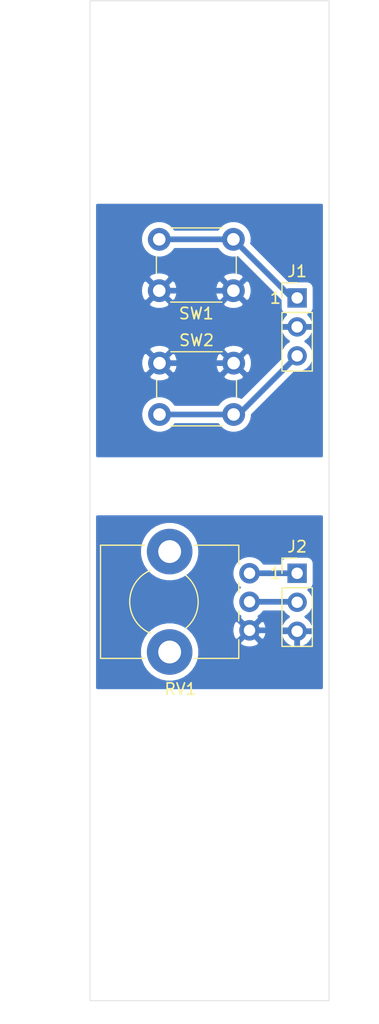
<source format=kicad_pcb>
(kicad_pcb (version 20171130) (host pcbnew "(5.1.8)-1")

  (general
    (thickness 1.6)
    (drawings 10)
    (tracks 17)
    (zones 0)
    (modules 7)
    (nets 7)
  )

  (page A4)
  (layers
    (0 F.Cu signal)
    (31 B.Cu signal)
    (32 B.Adhes user)
    (33 F.Adhes user)
    (34 B.Paste user)
    (35 F.Paste user)
    (36 B.SilkS user)
    (37 F.SilkS user)
    (38 B.Mask user)
    (39 F.Mask user)
    (40 Dwgs.User user)
    (41 Cmts.User user)
    (42 Eco1.User user)
    (43 Eco2.User user)
    (44 Edge.Cuts user)
    (45 Margin user)
    (46 B.CrtYd user)
    (47 F.CrtYd user)
    (48 B.Fab user)
    (49 F.Fab user)
  )

  (setup
    (last_trace_width 0.5)
    (trace_clearance 0.5)
    (zone_clearance 0.508)
    (zone_45_only no)
    (trace_min 0.2)
    (via_size 0.8)
    (via_drill 0.4)
    (via_min_size 0.4)
    (via_min_drill 0.3)
    (uvia_size 0.3)
    (uvia_drill 0.1)
    (uvias_allowed no)
    (uvia_min_size 0.2)
    (uvia_min_drill 0.1)
    (edge_width 0.05)
    (segment_width 0.2)
    (pcb_text_width 0.3)
    (pcb_text_size 1.5 1.5)
    (mod_edge_width 0.12)
    (mod_text_size 1 1)
    (mod_text_width 0.15)
    (pad_size 1.524 1.524)
    (pad_drill 0.762)
    (pad_to_mask_clearance 0)
    (aux_axis_origin 0 0)
    (visible_elements 7FFFFFFF)
    (pcbplotparams
      (layerselection 0x010f0_ffffffff)
      (usegerberextensions false)
      (usegerberattributes false)
      (usegerberadvancedattributes false)
      (creategerberjobfile false)
      (excludeedgelayer true)
      (linewidth 0.100000)
      (plotframeref false)
      (viasonmask false)
      (mode 1)
      (useauxorigin true)
      (hpglpennumber 1)
      (hpglpenspeed 20)
      (hpglpendiameter 15.000000)
      (psnegative false)
      (psa4output false)
      (plotreference true)
      (plotvalue true)
      (plotinvisibletext false)
      (padsonsilk true)
      (subtractmaskfromsilk false)
      (outputformat 1)
      (mirror false)
      (drillshape 0)
      (scaleselection 1)
      (outputdirectory "gerber_jlc"))
  )

  (net 0 "")
  (net 1 "Net-(J1-Pad1)")
  (net 2 "Net-(J1-Pad2)")
  (net 3 "Net-(J1-Pad3)")
  (net 4 "Net-(J2-Pad1)")
  (net 5 "Net-(J2-Pad2)")
  (net 6 "Net-(J2-Pad3)")

  (net_class Default "This is the default net class."
    (clearance 0.5)
    (trace_width 0.5)
    (via_dia 0.8)
    (via_drill 0.4)
    (uvia_dia 0.3)
    (uvia_drill 0.1)
    (add_net "Net-(J1-Pad1)")
    (add_net "Net-(J1-Pad2)")
    (add_net "Net-(J1-Pad3)")
    (add_net "Net-(J2-Pad1)")
    (add_net "Net-(J2-Pad2)")
    (add_net "Net-(J2-Pad3)")
  )

  (module Mounting_Holes:MountingHole_3.2mm_M3 (layer F.Cu) (tedit 56D1B4CB) (tstamp 60E2C5B8)
    (at 80.264 116.84)
    (descr "Mounting Hole 3.2mm, no annular, M3")
    (tags "mounting hole 3.2mm no annular m3")
    (attr virtual)
    (fp_text reference REF** (at 0 -4.2) (layer F.SilkS) hide
      (effects (font (size 1 1) (thickness 0.15)))
    )
    (fp_text value MountingHole_3.2mm_M3 (at 0 4.2) (layer F.Fab)
      (effects (font (size 1 1) (thickness 0.15)))
    )
    (fp_circle (center 0 0) (end 3.45 0) (layer F.CrtYd) (width 0.05))
    (fp_circle (center 0 0) (end 3.2 0) (layer Cmts.User) (width 0.15))
    (fp_text user %R (at 0.3 0) (layer F.Fab)
      (effects (font (size 1 1) (thickness 0.15)))
    )
    (pad 1 np_thru_hole circle (at 0 0) (size 3.2 3.2) (drill 3.2) (layers *.Cu *.Mask))
  )

  (module Mounting_Holes:MountingHole_3.2mm_M3 (layer F.Cu) (tedit 56D1B4CB) (tstamp 60E2AD22)
    (at 80.264 60.452)
    (descr "Mounting Hole 3.2mm, no annular, M3")
    (tags "mounting hole 3.2mm no annular m3")
    (attr virtual)
    (fp_text reference REF** (at 0 -4.2) (layer F.SilkS) hide
      (effects (font (size 1 1) (thickness 0.15)))
    )
    (fp_text value MountingHole_3.2mm_M3 (at 0 4.2) (layer F.Fab)
      (effects (font (size 1 1) (thickness 0.15)))
    )
    (fp_circle (center 0 0) (end 3.2 0) (layer Cmts.User) (width 0.15))
    (fp_circle (center 0 0) (end 3.45 0) (layer F.CrtYd) (width 0.05))
    (fp_text user %R (at 0.3 0) (layer F.Fab)
      (effects (font (size 1 1) (thickness 0.15)))
    )
    (pad 1 np_thru_hole circle (at 0 0) (size 3.2 3.2) (drill 3.2) (layers *.Cu *.Mask))
  )

  (module Buttons_Switches_ThroughHole:SW_PUSH_6mm (layer F.Cu) (tedit 5923F252) (tstamp 60E2A9AF)
    (at 70.485 82.55)
    (descr https://www.omron.com/ecb/products/pdf/en-b3f.pdf)
    (tags "tact sw push 6mm")
    (path /60E2ABC2)
    (fp_text reference SW2 (at 3.25 -2) (layer F.SilkS)
      (effects (font (size 1 1) (thickness 0.15)))
    )
    (fp_text value SW_Push (at 3.75 6.7) (layer F.Fab)
      (effects (font (size 1 1) (thickness 0.15)))
    )
    (fp_circle (center 3.25 2.25) (end 1.25 2.5) (layer F.Fab) (width 0.1))
    (fp_line (start 6.75 3) (end 6.75 1.5) (layer F.SilkS) (width 0.12))
    (fp_line (start 5.5 -1) (end 1 -1) (layer F.SilkS) (width 0.12))
    (fp_line (start -0.25 1.5) (end -0.25 3) (layer F.SilkS) (width 0.12))
    (fp_line (start 1 5.5) (end 5.5 5.5) (layer F.SilkS) (width 0.12))
    (fp_line (start 8 -1.25) (end 8 5.75) (layer F.CrtYd) (width 0.05))
    (fp_line (start 7.75 6) (end -1.25 6) (layer F.CrtYd) (width 0.05))
    (fp_line (start -1.5 5.75) (end -1.5 -1.25) (layer F.CrtYd) (width 0.05))
    (fp_line (start -1.25 -1.5) (end 7.75 -1.5) (layer F.CrtYd) (width 0.05))
    (fp_line (start -1.5 6) (end -1.25 6) (layer F.CrtYd) (width 0.05))
    (fp_line (start -1.5 5.75) (end -1.5 6) (layer F.CrtYd) (width 0.05))
    (fp_line (start -1.5 -1.5) (end -1.25 -1.5) (layer F.CrtYd) (width 0.05))
    (fp_line (start -1.5 -1.25) (end -1.5 -1.5) (layer F.CrtYd) (width 0.05))
    (fp_line (start 8 -1.5) (end 8 -1.25) (layer F.CrtYd) (width 0.05))
    (fp_line (start 7.75 -1.5) (end 8 -1.5) (layer F.CrtYd) (width 0.05))
    (fp_line (start 8 6) (end 8 5.75) (layer F.CrtYd) (width 0.05))
    (fp_line (start 7.75 6) (end 8 6) (layer F.CrtYd) (width 0.05))
    (fp_line (start 0.25 -0.75) (end 3.25 -0.75) (layer F.Fab) (width 0.1))
    (fp_line (start 0.25 5.25) (end 0.25 -0.75) (layer F.Fab) (width 0.1))
    (fp_line (start 6.25 5.25) (end 0.25 5.25) (layer F.Fab) (width 0.1))
    (fp_line (start 6.25 -0.75) (end 6.25 5.25) (layer F.Fab) (width 0.1))
    (fp_line (start 3.25 -0.75) (end 6.25 -0.75) (layer F.Fab) (width 0.1))
    (fp_text user %R (at 3.25 2.25) (layer F.Fab)
      (effects (font (size 1 1) (thickness 0.15)))
    )
    (pad 2 thru_hole circle (at 0 4.5 90) (size 2 2) (drill 1.1) (layers *.Cu *.Mask)
      (net 3 "Net-(J1-Pad3)"))
    (pad 1 thru_hole circle (at 0 0 90) (size 2 2) (drill 1.1) (layers *.Cu *.Mask)
      (net 2 "Net-(J1-Pad2)"))
    (pad 2 thru_hole circle (at 6.5 4.5 90) (size 2 2) (drill 1.1) (layers *.Cu *.Mask)
      (net 3 "Net-(J1-Pad3)"))
    (pad 1 thru_hole circle (at 6.5 0 90) (size 2 2) (drill 1.1) (layers *.Cu *.Mask)
      (net 2 "Net-(J1-Pad2)"))
    (model ${KISYS3DMOD}/Buttons_Switches_THT.3dshapes/SW_PUSH_6mm.wrl
      (offset (xyz 0.1269999980926514 0 0))
      (scale (xyz 0.3937 0.3937 0.3937))
      (rotate (xyz 0 0 0))
    )
    (model ${KISYS3DMOD}/Button_Switch_THT.3dshapes/SW_PUSH_6mm_H7.3mm.wrl
      (at (xyz 0 0 0))
      (scale (xyz 1 1 1))
      (rotate (xyz 0 0 0))
    )
  )

  (module Buttons_Switches_ThroughHole:SW_PUSH_6mm (layer F.Cu) (tedit 5923F252) (tstamp 60E2C215)
    (at 76.962 76.2 180)
    (descr https://www.omron.com/ecb/products/pdf/en-b3f.pdf)
    (tags "tact sw push 6mm")
    (path /60E2A62D)
    (fp_text reference SW1 (at 3.25 -2) (layer F.SilkS)
      (effects (font (size 1 1) (thickness 0.15)))
    )
    (fp_text value SW_Push (at 3.75 6.7) (layer F.Fab)
      (effects (font (size 1 1) (thickness 0.15)))
    )
    (fp_circle (center 3.25 2.25) (end 1.25 2.5) (layer F.Fab) (width 0.1))
    (fp_line (start 6.75 3) (end 6.75 1.5) (layer F.SilkS) (width 0.12))
    (fp_line (start 5.5 -1) (end 1 -1) (layer F.SilkS) (width 0.12))
    (fp_line (start -0.25 1.5) (end -0.25 3) (layer F.SilkS) (width 0.12))
    (fp_line (start 1 5.5) (end 5.5 5.5) (layer F.SilkS) (width 0.12))
    (fp_line (start 8 -1.25) (end 8 5.75) (layer F.CrtYd) (width 0.05))
    (fp_line (start 7.75 6) (end -1.25 6) (layer F.CrtYd) (width 0.05))
    (fp_line (start -1.5 5.75) (end -1.5 -1.25) (layer F.CrtYd) (width 0.05))
    (fp_line (start -1.25 -1.5) (end 7.75 -1.5) (layer F.CrtYd) (width 0.05))
    (fp_line (start -1.5 6) (end -1.25 6) (layer F.CrtYd) (width 0.05))
    (fp_line (start -1.5 5.75) (end -1.5 6) (layer F.CrtYd) (width 0.05))
    (fp_line (start -1.5 -1.5) (end -1.25 -1.5) (layer F.CrtYd) (width 0.05))
    (fp_line (start -1.5 -1.25) (end -1.5 -1.5) (layer F.CrtYd) (width 0.05))
    (fp_line (start 8 -1.5) (end 8 -1.25) (layer F.CrtYd) (width 0.05))
    (fp_line (start 7.75 -1.5) (end 8 -1.5) (layer F.CrtYd) (width 0.05))
    (fp_line (start 8 6) (end 8 5.75) (layer F.CrtYd) (width 0.05))
    (fp_line (start 7.75 6) (end 8 6) (layer F.CrtYd) (width 0.05))
    (fp_line (start 0.25 -0.75) (end 3.25 -0.75) (layer F.Fab) (width 0.1))
    (fp_line (start 0.25 5.25) (end 0.25 -0.75) (layer F.Fab) (width 0.1))
    (fp_line (start 6.25 5.25) (end 0.25 5.25) (layer F.Fab) (width 0.1))
    (fp_line (start 6.25 -0.75) (end 6.25 5.25) (layer F.Fab) (width 0.1))
    (fp_line (start 3.25 -0.75) (end 6.25 -0.75) (layer F.Fab) (width 0.1))
    (fp_text user %R (at 3.175 1.905) (layer F.Fab)
      (effects (font (size 1 1) (thickness 0.15)))
    )
    (pad 2 thru_hole circle (at 0 4.5 270) (size 2 2) (drill 1.1) (layers *.Cu *.Mask)
      (net 1 "Net-(J1-Pad1)"))
    (pad 1 thru_hole circle (at 0 0 270) (size 2 2) (drill 1.1) (layers *.Cu *.Mask)
      (net 2 "Net-(J1-Pad2)"))
    (pad 2 thru_hole circle (at 6.5 4.5 270) (size 2 2) (drill 1.1) (layers *.Cu *.Mask)
      (net 1 "Net-(J1-Pad1)"))
    (pad 1 thru_hole circle (at 6.5 0 270) (size 2 2) (drill 1.1) (layers *.Cu *.Mask)
      (net 2 "Net-(J1-Pad2)"))
    (model ${KISYS3DMOD}/Buttons_Switches_THT.3dshapes/SW_PUSH_6mm.wrl
      (offset (xyz 0.1269999980926514 0 0))
      (scale (xyz 0.3937 0.3937 0.3937))
      (rotate (xyz 0 0 0))
    )
    (model ${KISYS3DMOD}/Button_Switch_THT.3dshapes/SW_PUSH_6mm_H7.3mm.wrl
      (at (xyz 0 0 0))
      (scale (xyz 1 1 1))
      (rotate (xyz 0 0 0))
    )
  )

  (module Potentiometers:Potentiometer_Alps_RK09K_Horizontal (layer F.Cu) (tedit 58826B09) (tstamp 60E2A9A9)
    (at 78.374 100.965 180)
    (descr "Potentiometer, horizontally mounted, Omeg PC16PU, Omeg PC16PU, Omeg PC16PU, Vishay/Spectrol 248GJ/249GJ Single, Vishay/Spectrol 248GJ/249GJ Single, Vishay/Spectrol 248GJ/249GJ Single, Vishay/Spectrol 248GH/249GH Single, Vishay/Spectrol 148/149 Single, Vishay/Spectrol 148/149 Single, Vishay/Spectrol 148/149 Single, Vishay/Spectrol 148A/149A Single with mounting plates, Vishay/Spectrol 148/149 Double, Vishay/Spectrol 148A/149A Double with mounting plates, Piher PC-16 Single, Piher PC-16 Single, Piher PC-16 Single, Piher PC-16SV Single, Piher PC-16 Double, Piher PC-16 Triple, Piher T16H Single, Piher T16L Single, Piher T16H Double, Alps RK163 Single, Alps RK163 Double, Alps RK097 Single, Alps RK097 Double, Bourns PTV09A-2 Single with mounting sleve Single, Bourns PTV09A-1 with mounting sleve Single, Bourns PRS11S Single, Alps RK09K Single with mounting sleve Single, Alps RK09K with mounting sleve Single, http://www.alps.com/prod/info/E/HTML/Potentiometer/RotaryPotentiometers/RK09K/RK09D1130C1B.html")
    (tags "Potentiometer horizontal  Omeg PC16PU  Omeg PC16PU  Omeg PC16PU  Vishay/Spectrol 248GJ/249GJ Single  Vishay/Spectrol 248GJ/249GJ Single  Vishay/Spectrol 248GJ/249GJ Single  Vishay/Spectrol 248GH/249GH Single  Vishay/Spectrol 148/149 Single  Vishay/Spectrol 148/149 Single  Vishay/Spectrol 148/149 Single  Vishay/Spectrol 148A/149A Single with mounting plates  Vishay/Spectrol 148/149 Double  Vishay/Spectrol 148A/149A Double with mounting plates  Piher PC-16 Single  Piher PC-16 Single  Piher PC-16 Single  Piher PC-16SV Single  Piher PC-16 Double  Piher PC-16 Triple  Piher T16H Single  Piher T16L Single  Piher T16H Double  Alps RK163 Single  Alps RK163 Double  Alps RK097 Single  Alps RK097 Double  Bourns PTV09A-2 Single with mounting sleve Single  Bourns PTV09A-1 with mounting sleve Single  Bourns PRS11S Single  Alps RK09K Single with mounting sleve Single  Alps RK09K with mounting sleve Single")
    (path /60E2B9BF)
    (fp_text reference RV1 (at 6.05 -10.15) (layer F.SilkS)
      (effects (font (size 1 1) (thickness 0.15)))
    )
    (fp_text value R_POT (at 6.05 5.15) (layer F.Fab)
      (effects (font (size 1 1) (thickness 0.15)))
    )
    (fp_line (start 13.25 -9.15) (end -1.15 -9.15) (layer F.CrtYd) (width 0.05))
    (fp_line (start 13.25 4.15) (end 13.25 -9.15) (layer F.CrtYd) (width 0.05))
    (fp_line (start -1.15 4.15) (end 13.25 4.15) (layer F.CrtYd) (width 0.05))
    (fp_line (start -1.15 -9.15) (end -1.15 4.15) (layer F.CrtYd) (width 0.05))
    (fp_line (start 13.06 -7.461) (end 13.06 2.46) (layer F.SilkS) (width 0.12))
    (fp_line (start 0.94 0.825) (end 0.94 2.46) (layer F.SilkS) (width 0.12))
    (fp_line (start 0.94 -1.675) (end 0.94 -0.825) (layer F.SilkS) (width 0.12))
    (fp_line (start 0.94 -4.175) (end 0.94 -3.325) (layer F.SilkS) (width 0.12))
    (fp_line (start 0.94 -7.461) (end 0.94 -5.825) (layer F.SilkS) (width 0.12))
    (fp_line (start 9.195 2.46) (end 13.06 2.46) (layer F.SilkS) (width 0.12))
    (fp_line (start 0.94 2.46) (end 4.806 2.46) (layer F.SilkS) (width 0.12))
    (fp_line (start 9.195 -7.461) (end 13.06 -7.461) (layer F.SilkS) (width 0.12))
    (fp_line (start 0.94 -7.461) (end 4.806 -7.461) (layer F.SilkS) (width 0.12))
    (fp_line (start 13 -7.4) (end 1 -7.4) (layer F.Fab) (width 0.1))
    (fp_line (start 13 2.4) (end 13 -7.4) (layer F.Fab) (width 0.1))
    (fp_line (start 1 2.4) (end 13 2.4) (layer F.Fab) (width 0.1))
    (fp_line (start 1 -7.4) (end 1 2.4) (layer F.Fab) (width 0.1))
    (fp_circle (center 7.5 -2.5) (end 10.5 -2.5) (layer F.Fab) (width 0.1))
    (fp_circle (center 7.5 -2.5) (end 10.75 -2.5) (layer F.Fab) (width 0.1))
    (fp_arc (start 7.5 -2.5) (end 8.673 0.262) (angle -134) (layer F.SilkS) (width 0.12))
    (fp_arc (start 7.5 -2.5) (end 5.572 -4.798) (angle -100) (layer F.SilkS) (width 0.12))
    (pad 3 thru_hole circle (at 0 -5 180) (size 1.8 1.8) (drill 1) (layers *.Cu *.Mask)
      (net 6 "Net-(J2-Pad3)"))
    (pad 2 thru_hole circle (at 0 -2.5 180) (size 1.8 1.8) (drill 1) (layers *.Cu *.Mask)
      (net 5 "Net-(J2-Pad2)"))
    (pad 1 thru_hole circle (at 0 0 180) (size 1.8 1.8) (drill 1) (layers *.Cu *.Mask)
      (net 4 "Net-(J2-Pad1)"))
    (pad 0 np_thru_hole circle (at 7 -6.9 180) (size 4 4) (drill 2) (layers *.Cu *.Mask))
    (pad 0 np_thru_hole circle (at 7 1.9 180) (size 4 4) (drill 2) (layers *.Cu *.Mask))
    (model Potentiometers.3dshapes/Potentiometer_Alps_RK09K_Horizontal.wrl
      (at (xyz 0 0 0))
      (scale (xyz 0.393701 0.393701 0.393701))
      (rotate (xyz 0 0 0))
    )
    (model ${KIPRJMOD}/RK09D1170-F30.STEP
      (offset (xyz 7 2.5 6.5))
      (scale (xyz 1 1 1))
      (rotate (xyz 0 180 90))
    )
  )

  (module Pin_Headers:Pin_Header_Straight_1x03_Pitch2.54mm (layer F.Cu) (tedit 59650532) (tstamp 60E2A9A6)
    (at 82.55 100.965)
    (descr "Through hole straight pin header, 1x03, 2.54mm pitch, single row")
    (tags "Through hole pin header THT 1x03 2.54mm single row")
    (path /60E2B5E7)
    (fp_text reference J2 (at 0 -2.33) (layer F.SilkS)
      (effects (font (size 1 1) (thickness 0.15)))
    )
    (fp_text value Conn_01x03_Male (at 0 7.41) (layer F.Fab)
      (effects (font (size 1 1) (thickness 0.15)))
    )
    (fp_line (start 1.8 -1.8) (end -1.8 -1.8) (layer F.CrtYd) (width 0.05))
    (fp_line (start 1.8 6.85) (end 1.8 -1.8) (layer F.CrtYd) (width 0.05))
    (fp_line (start -1.8 6.85) (end 1.8 6.85) (layer F.CrtYd) (width 0.05))
    (fp_line (start -1.8 -1.8) (end -1.8 6.85) (layer F.CrtYd) (width 0.05))
    (fp_line (start -1.33 -1.33) (end 0 -1.33) (layer F.SilkS) (width 0.12))
    (fp_line (start -1.33 0) (end -1.33 -1.33) (layer F.SilkS) (width 0.12))
    (fp_line (start -1.33 1.27) (end 1.33 1.27) (layer F.SilkS) (width 0.12))
    (fp_line (start 1.33 1.27) (end 1.33 6.41) (layer F.SilkS) (width 0.12))
    (fp_line (start -1.33 1.27) (end -1.33 6.41) (layer F.SilkS) (width 0.12))
    (fp_line (start -1.33 6.41) (end 1.33 6.41) (layer F.SilkS) (width 0.12))
    (fp_line (start -1.27 -0.635) (end -0.635 -1.27) (layer F.Fab) (width 0.1))
    (fp_line (start -1.27 6.35) (end -1.27 -0.635) (layer F.Fab) (width 0.1))
    (fp_line (start 1.27 6.35) (end -1.27 6.35) (layer F.Fab) (width 0.1))
    (fp_line (start 1.27 -1.27) (end 1.27 6.35) (layer F.Fab) (width 0.1))
    (fp_line (start -0.635 -1.27) (end 1.27 -1.27) (layer F.Fab) (width 0.1))
    (fp_text user %R (at 0 2.54 90) (layer F.Fab)
      (effects (font (size 1 1) (thickness 0.15)))
    )
    (fp_text user 1 (at -1.905 0) (layer F.SilkS)
      (effects (font (size 1 1) (thickness 0.15)))
    )
    (pad 1 thru_hole rect (at 0 0) (size 1.7 1.7) (drill 1) (layers *.Cu *.Mask)
      (net 4 "Net-(J2-Pad1)"))
    (pad 2 thru_hole oval (at 0 2.54) (size 1.7 1.7) (drill 1) (layers *.Cu *.Mask)
      (net 5 "Net-(J2-Pad2)"))
    (pad 3 thru_hole oval (at 0 5.08) (size 1.7 1.7) (drill 1) (layers *.Cu *.Mask)
      (net 6 "Net-(J2-Pad3)"))
    (model ${KISYS3DMOD}/Pin_Headers.3dshapes/Pin_Header_Straight_1x03_Pitch2.54mm.wrl
      (at (xyz 0 0 0))
      (scale (xyz 1 1 1))
      (rotate (xyz 0 0 0))
    )
  )

  (module Pin_Headers:Pin_Header_Straight_1x03_Pitch2.54mm (layer F.Cu) (tedit 59650532) (tstamp 60E2A9A3)
    (at 82.55 76.835)
    (descr "Through hole straight pin header, 1x03, 2.54mm pitch, single row")
    (tags "Through hole pin header THT 1x03 2.54mm single row")
    (path /60E2ADF7)
    (fp_text reference J1 (at 0 -2.33) (layer F.SilkS)
      (effects (font (size 1 1) (thickness 0.15)))
    )
    (fp_text value Conn_01x03_Male (at 0 7.41) (layer F.Fab)
      (effects (font (size 1 1) (thickness 0.15)))
    )
    (fp_line (start 1.8 -1.8) (end -1.8 -1.8) (layer F.CrtYd) (width 0.05))
    (fp_line (start 1.8 6.85) (end 1.8 -1.8) (layer F.CrtYd) (width 0.05))
    (fp_line (start -1.8 6.85) (end 1.8 6.85) (layer F.CrtYd) (width 0.05))
    (fp_line (start -1.8 -1.8) (end -1.8 6.85) (layer F.CrtYd) (width 0.05))
    (fp_line (start -1.33 -1.33) (end 0 -1.33) (layer F.SilkS) (width 0.12))
    (fp_line (start -1.33 0) (end -1.33 -1.33) (layer F.SilkS) (width 0.12))
    (fp_line (start -1.33 1.27) (end 1.33 1.27) (layer F.SilkS) (width 0.12))
    (fp_line (start 1.33 1.27) (end 1.33 6.41) (layer F.SilkS) (width 0.12))
    (fp_line (start -1.33 1.27) (end -1.33 6.41) (layer F.SilkS) (width 0.12))
    (fp_line (start -1.33 6.41) (end 1.33 6.41) (layer F.SilkS) (width 0.12))
    (fp_line (start -1.27 -0.635) (end -0.635 -1.27) (layer F.Fab) (width 0.1))
    (fp_line (start -1.27 6.35) (end -1.27 -0.635) (layer F.Fab) (width 0.1))
    (fp_line (start 1.27 6.35) (end -1.27 6.35) (layer F.Fab) (width 0.1))
    (fp_line (start 1.27 -1.27) (end 1.27 6.35) (layer F.Fab) (width 0.1))
    (fp_line (start -0.635 -1.27) (end 1.27 -1.27) (layer F.Fab) (width 0.1))
    (fp_text user %R (at 0 2.54 90) (layer F.Fab)
      (effects (font (size 1 1) (thickness 0.15)))
    )
    (fp_text user 1 (at -1.905 0) (layer F.SilkS)
      (effects (font (size 1 1) (thickness 0.15)))
    )
    (pad 1 thru_hole rect (at 0 0) (size 1.7 1.7) (drill 1) (layers *.Cu *.Mask)
      (net 1 "Net-(J1-Pad1)"))
    (pad 2 thru_hole oval (at 0 2.54) (size 1.7 1.7) (drill 1) (layers *.Cu *.Mask)
      (net 2 "Net-(J1-Pad2)"))
    (pad 3 thru_hole oval (at 0 5.08) (size 1.7 1.7) (drill 1) (layers *.Cu *.Mask)
      (net 3 "Net-(J1-Pad3)"))
    (model ${KISYS3DMOD}/Pin_Headers.3dshapes/Pin_Header_Straight_1x03_Pitch2.54mm.wrl
      (at (xyz 0 0 0))
      (scale (xyz 1 1 1))
      (rotate (xyz 0 0 0))
    )
  )

  (dimension 6.985 (width 0.15) (layer Dwgs.User)
    (gr_text "6.985 mm" (at 67.8815 97.125) (layer Dwgs.User)
      (effects (font (size 1 1) (thickness 0.15)))
    )
    (feature1 (pts (xy 71.374 98.806) (xy 71.374 97.838579)))
    (feature2 (pts (xy 64.389 98.806) (xy 64.389 97.838579)))
    (crossbar (pts (xy 64.389 98.425) (xy 71.374 98.425)))
    (arrow1a (pts (xy 71.374 98.425) (xy 70.247496 99.011421)))
    (arrow1b (pts (xy 71.374 98.425) (xy 70.247496 97.838579)))
    (arrow2a (pts (xy 64.389 98.425) (xy 65.515504 99.011421)))
    (arrow2b (pts (xy 64.389 98.425) (xy 65.515504 97.838579)))
  )
  (dimension 56.388 (width 0.15) (layer Dwgs.User) (tstamp 60E2C1B6)
    (gr_text "56.388 mm" (at 88.041 88.646 270) (layer Dwgs.User) (tstamp 60E2C1B6)
      (effects (font (size 1 1) (thickness 0.15)))
    )
    (feature1 (pts (xy 80.264 116.84) (xy 87.327421 116.84)))
    (feature2 (pts (xy 80.264 60.452) (xy 87.327421 60.452)))
    (crossbar (pts (xy 86.741 60.452) (xy 86.741 116.84)))
    (arrow1a (pts (xy 86.741 116.84) (xy 86.154579 115.713496)))
    (arrow1b (pts (xy 86.741 116.84) (xy 87.327421 115.713496)))
    (arrow2a (pts (xy 86.741 60.452) (xy 86.154579 61.578504)))
    (arrow2b (pts (xy 86.741 60.452) (xy 87.327421 61.578504)))
  )
  (dimension 5.08 (width 0.15) (layer Dwgs.User)
    (gr_text "5.080 mm" (at 82.804 64.038) (layer Dwgs.User)
      (effects (font (size 1 1) (thickness 0.15)))
    )
    (feature1 (pts (xy 80.264 60.452) (xy 80.264 63.324421)))
    (feature2 (pts (xy 85.344 60.452) (xy 85.344 63.324421)))
    (crossbar (pts (xy 85.344 62.738) (xy 80.264 62.738)))
    (arrow1a (pts (xy 80.264 62.738) (xy 81.390504 62.151579)))
    (arrow1b (pts (xy 80.264 62.738) (xy 81.390504 63.324421)))
    (arrow2a (pts (xy 85.344 62.738) (xy 84.217496 62.151579)))
    (arrow2b (pts (xy 85.344 62.738) (xy 84.217496 63.324421)))
  )
  (dimension 9.652 (width 0.15) (layer Dwgs.User)
    (gr_text "9.652 mm" (at 76.17 55.626 270) (layer Dwgs.User)
      (effects (font (size 1 1) (thickness 0.15)))
    )
    (feature1 (pts (xy 80.264 60.452) (xy 76.883579 60.452)))
    (feature2 (pts (xy 80.264 50.8) (xy 76.883579 50.8)))
    (crossbar (pts (xy 77.47 50.8) (xy 77.47 60.452)))
    (arrow1a (pts (xy 77.47 60.452) (xy 76.883579 59.325496)))
    (arrow1b (pts (xy 77.47 60.452) (xy 78.056421 59.325496)))
    (arrow2a (pts (xy 77.47 50.8) (xy 76.883579 51.926504)))
    (arrow2b (pts (xy 77.47 50.8) (xy 78.056421 51.926504)))
  )
  (dimension 20.955 (width 0.15) (layer Dwgs.User)
    (gr_text "20.955 mm" (at 74.8665 141.127) (layer Dwgs.User)
      (effects (font (size 1 1) (thickness 0.15)))
    )
    (feature1 (pts (xy 85.344 138.43) (xy 85.344 140.413421)))
    (feature2 (pts (xy 64.389 138.43) (xy 64.389 140.413421)))
    (crossbar (pts (xy 64.389 139.827) (xy 85.344 139.827)))
    (arrow1a (pts (xy 85.344 139.827) (xy 84.217496 140.413421)))
    (arrow1b (pts (xy 85.344 139.827) (xy 84.217496 139.240579)))
    (arrow2a (pts (xy 64.389 139.827) (xy 65.515504 140.413421)))
    (arrow2b (pts (xy 64.389 139.827) (xy 65.515504 139.240579)))
  )
  (gr_line (start 85.344 50.8) (end 64.389 50.8) (layer Edge.Cuts) (width 0.05) (tstamp 60E2A8F7))
  (gr_line (start 85.344 138.43) (end 85.344 50.8) (layer Edge.Cuts) (width 0.05))
  (gr_line (start 64.389 138.43) (end 85.344 138.43) (layer Edge.Cuts) (width 0.05))
  (gr_line (start 64.389 50.8) (end 64.389 138.43) (layer Edge.Cuts) (width 0.05))
  (dimension 87.63 (width 0.15) (layer Dwgs.User)
    (gr_text "87.630 mm" (at 60.168001 94.615 270) (layer Dwgs.User)
      (effects (font (size 1 1) (thickness 0.15)))
    )
    (feature1 (pts (xy 64.389 138.43) (xy 60.88158 138.43)))
    (feature2 (pts (xy 64.389 50.8) (xy 60.88158 50.8)))
    (crossbar (pts (xy 61.468001 50.8) (xy 61.468001 138.43)))
    (arrow1a (pts (xy 61.468001 138.43) (xy 60.88158 137.303496)))
    (arrow1b (pts (xy 61.468001 138.43) (xy 62.054422 137.303496)))
    (arrow2a (pts (xy 61.468001 50.8) (xy 60.88158 51.926504)))
    (arrow2b (pts (xy 61.468001 50.8) (xy 62.054422 51.926504)))
  )

  (segment (start 70.462 71.7) (end 76.962 71.7) (width 0.5) (layer B.Cu) (net 1))
  (segment (start 82.097 76.835) (end 82.55 76.835) (width 0.5) (layer B.Cu) (net 1))
  (segment (start 76.962 71.7) (end 82.097 76.835) (width 0.5) (layer B.Cu) (net 1))
  (segment (start 70.485 82.55) (end 76.985 82.55) (width 0.5) (layer B.Cu) (net 2))
  (segment (start 70.462 76.2) (end 76.962 76.2) (width 0.5) (layer B.Cu) (net 2))
  (segment (start 80.137 79.375) (end 82.55 79.375) (width 0.5) (layer B.Cu) (net 2))
  (segment (start 76.962 76.2) (end 80.137 79.375) (width 0.5) (layer B.Cu) (net 2))
  (segment (start 80.137 79.398) (end 80.137 79.375) (width 0.5) (layer B.Cu) (net 2))
  (segment (start 76.985 82.55) (end 80.137 79.398) (width 0.5) (layer B.Cu) (net 2))
  (segment (start 77.415 87.05) (end 76.985 87.05) (width 0.5) (layer B.Cu) (net 3))
  (segment (start 82.55 81.915) (end 77.415 87.05) (width 0.5) (layer B.Cu) (net 3))
  (segment (start 70.485 87.05) (end 76.985 87.05) (width 0.5) (layer B.Cu) (net 3))
  (segment (start 78.105 100.965) (end 82.55 100.965) (width 0.5) (layer B.Cu) (net 4))
  (segment (start 82.51 103.465) (end 82.55 103.505) (width 0.5) (layer B.Cu) (net 5))
  (segment (start 78.105 103.465) (end 82.51 103.465) (width 0.5) (layer B.Cu) (net 5))
  (segment (start 82.47 105.965) (end 82.55 106.045) (width 0.5) (layer B.Cu) (net 6))
  (segment (start 78.105 105.965) (end 82.47 105.965) (width 0.5) (layer B.Cu) (net 6))

  (zone (net 2) (net_name "Net-(J1-Pad2)") (layer B.Cu) (tstamp 60E81537) (hatch edge 0.508)
    (connect_pads (clearance 0.508))
    (min_thickness 0.254)
    (fill yes (arc_segments 32) (thermal_gap 0.508) (thermal_bridge_width 0.508))
    (polygon
      (pts
        (xy 86.36 90.805) (xy 62.23 90.805) (xy 62.23 68.58) (xy 86.36 68.58)
      )
    )
    (filled_polygon
      (pts
        (xy 84.684001 90.678) (xy 65.049 90.678) (xy 65.049 86.888967) (xy 68.85 86.888967) (xy 68.85 87.211033)
        (xy 68.912832 87.526912) (xy 69.036082 87.824463) (xy 69.215013 88.092252) (xy 69.442748 88.319987) (xy 69.710537 88.498918)
        (xy 70.008088 88.622168) (xy 70.323967 88.685) (xy 70.646033 88.685) (xy 70.961912 88.622168) (xy 71.259463 88.498918)
        (xy 71.527252 88.319987) (xy 71.754987 88.092252) (xy 71.860059 87.935) (xy 75.609941 87.935) (xy 75.715013 88.092252)
        (xy 75.942748 88.319987) (xy 76.210537 88.498918) (xy 76.508088 88.622168) (xy 76.823967 88.685) (xy 77.146033 88.685)
        (xy 77.461912 88.622168) (xy 77.759463 88.498918) (xy 78.027252 88.319987) (xy 78.254987 88.092252) (xy 78.433918 87.824463)
        (xy 78.557168 87.526912) (xy 78.62 87.211033) (xy 78.62 87.096578) (xy 82.33104 83.385539) (xy 82.40374 83.4)
        (xy 82.69626 83.4) (xy 82.983158 83.342932) (xy 83.253411 83.23099) (xy 83.496632 83.068475) (xy 83.703475 82.861632)
        (xy 83.86599 82.618411) (xy 83.977932 82.348158) (xy 84.035 82.06126) (xy 84.035 81.76874) (xy 83.977932 81.481842)
        (xy 83.86599 81.211589) (xy 83.703475 80.968368) (xy 83.496632 80.761525) (xy 83.314466 80.639805) (xy 83.431355 80.570178)
        (xy 83.647588 80.375269) (xy 83.821641 80.14192) (xy 83.946825 79.879099) (xy 83.991476 79.73189) (xy 83.870155 79.502)
        (xy 82.677 79.502) (xy 82.677 79.522) (xy 82.423 79.522) (xy 82.423 79.502) (xy 81.229845 79.502)
        (xy 81.108524 79.73189) (xy 81.153175 79.879099) (xy 81.278359 80.14192) (xy 81.452412 80.375269) (xy 81.668645 80.570178)
        (xy 81.785534 80.639805) (xy 81.603368 80.761525) (xy 81.396525 80.968368) (xy 81.23401 81.211589) (xy 81.122068 81.481842)
        (xy 81.065 81.76874) (xy 81.065 82.06126) (xy 81.079461 82.13396) (xy 77.655431 85.557991) (xy 77.461912 85.477832)
        (xy 77.146033 85.415) (xy 76.823967 85.415) (xy 76.508088 85.477832) (xy 76.210537 85.601082) (xy 75.942748 85.780013)
        (xy 75.715013 86.007748) (xy 75.609941 86.165) (xy 71.860059 86.165) (xy 71.754987 86.007748) (xy 71.527252 85.780013)
        (xy 71.259463 85.601082) (xy 70.961912 85.477832) (xy 70.646033 85.415) (xy 70.323967 85.415) (xy 70.008088 85.477832)
        (xy 69.710537 85.601082) (xy 69.442748 85.780013) (xy 69.215013 86.007748) (xy 69.036082 86.275537) (xy 68.912832 86.573088)
        (xy 68.85 86.888967) (xy 65.049 86.888967) (xy 65.049 83.685413) (xy 69.529192 83.685413) (xy 69.624956 83.949814)
        (xy 69.914571 84.090704) (xy 70.226108 84.172384) (xy 70.547595 84.191718) (xy 70.866675 84.147961) (xy 71.171088 84.042795)
        (xy 71.345044 83.949814) (xy 71.440808 83.685413) (xy 76.029192 83.685413) (xy 76.124956 83.949814) (xy 76.414571 84.090704)
        (xy 76.726108 84.172384) (xy 77.047595 84.191718) (xy 77.366675 84.147961) (xy 77.671088 84.042795) (xy 77.845044 83.949814)
        (xy 77.940808 83.685413) (xy 76.985 82.729605) (xy 76.029192 83.685413) (xy 71.440808 83.685413) (xy 70.485 82.729605)
        (xy 69.529192 83.685413) (xy 65.049 83.685413) (xy 65.049 82.612595) (xy 68.843282 82.612595) (xy 68.887039 82.931675)
        (xy 68.992205 83.236088) (xy 69.085186 83.410044) (xy 69.349587 83.505808) (xy 70.305395 82.55) (xy 70.664605 82.55)
        (xy 71.620413 83.505808) (xy 71.884814 83.410044) (xy 72.025704 83.120429) (xy 72.107384 82.808892) (xy 72.119189 82.612595)
        (xy 75.343282 82.612595) (xy 75.387039 82.931675) (xy 75.492205 83.236088) (xy 75.585186 83.410044) (xy 75.849587 83.505808)
        (xy 76.805395 82.55) (xy 77.164605 82.55) (xy 78.120413 83.505808) (xy 78.384814 83.410044) (xy 78.525704 83.120429)
        (xy 78.607384 82.808892) (xy 78.626718 82.487405) (xy 78.582961 82.168325) (xy 78.477795 81.863912) (xy 78.384814 81.689956)
        (xy 78.120413 81.594192) (xy 77.164605 82.55) (xy 76.805395 82.55) (xy 75.849587 81.594192) (xy 75.585186 81.689956)
        (xy 75.444296 81.979571) (xy 75.362616 82.291108) (xy 75.343282 82.612595) (xy 72.119189 82.612595) (xy 72.126718 82.487405)
        (xy 72.082961 82.168325) (xy 71.977795 81.863912) (xy 71.884814 81.689956) (xy 71.620413 81.594192) (xy 70.664605 82.55)
        (xy 70.305395 82.55) (xy 69.349587 81.594192) (xy 69.085186 81.689956) (xy 68.944296 81.979571) (xy 68.862616 82.291108)
        (xy 68.843282 82.612595) (xy 65.049 82.612595) (xy 65.049 81.414587) (xy 69.529192 81.414587) (xy 70.485 82.370395)
        (xy 71.440808 81.414587) (xy 76.029192 81.414587) (xy 76.985 82.370395) (xy 77.940808 81.414587) (xy 77.845044 81.150186)
        (xy 77.555429 81.009296) (xy 77.243892 80.927616) (xy 76.922405 80.908282) (xy 76.603325 80.952039) (xy 76.298912 81.057205)
        (xy 76.124956 81.150186) (xy 76.029192 81.414587) (xy 71.440808 81.414587) (xy 71.345044 81.150186) (xy 71.055429 81.009296)
        (xy 70.743892 80.927616) (xy 70.422405 80.908282) (xy 70.103325 80.952039) (xy 69.798912 81.057205) (xy 69.624956 81.150186)
        (xy 69.529192 81.414587) (xy 65.049 81.414587) (xy 65.049 77.335413) (xy 69.506192 77.335413) (xy 69.601956 77.599814)
        (xy 69.891571 77.740704) (xy 70.203108 77.822384) (xy 70.524595 77.841718) (xy 70.843675 77.797961) (xy 71.148088 77.692795)
        (xy 71.322044 77.599814) (xy 71.417808 77.335413) (xy 76.006192 77.335413) (xy 76.101956 77.599814) (xy 76.391571 77.740704)
        (xy 76.703108 77.822384) (xy 77.024595 77.841718) (xy 77.343675 77.797961) (xy 77.648088 77.692795) (xy 77.822044 77.599814)
        (xy 77.917808 77.335413) (xy 76.962 76.379605) (xy 76.006192 77.335413) (xy 71.417808 77.335413) (xy 70.462 76.379605)
        (xy 69.506192 77.335413) (xy 65.049 77.335413) (xy 65.049 76.262595) (xy 68.820282 76.262595) (xy 68.864039 76.581675)
        (xy 68.969205 76.886088) (xy 69.062186 77.060044) (xy 69.326587 77.155808) (xy 70.282395 76.2) (xy 70.641605 76.2)
        (xy 71.597413 77.155808) (xy 71.861814 77.060044) (xy 72.002704 76.770429) (xy 72.084384 76.458892) (xy 72.096189 76.262595)
        (xy 75.320282 76.262595) (xy 75.364039 76.581675) (xy 75.469205 76.886088) (xy 75.562186 77.060044) (xy 75.826587 77.155808)
        (xy 76.782395 76.2) (xy 77.141605 76.2) (xy 78.097413 77.155808) (xy 78.361814 77.060044) (xy 78.502704 76.770429)
        (xy 78.584384 76.458892) (xy 78.603718 76.137405) (xy 78.559961 75.818325) (xy 78.454795 75.513912) (xy 78.361814 75.339956)
        (xy 78.097413 75.244192) (xy 77.141605 76.2) (xy 76.782395 76.2) (xy 75.826587 75.244192) (xy 75.562186 75.339956)
        (xy 75.421296 75.629571) (xy 75.339616 75.941108) (xy 75.320282 76.262595) (xy 72.096189 76.262595) (xy 72.103718 76.137405)
        (xy 72.059961 75.818325) (xy 71.954795 75.513912) (xy 71.861814 75.339956) (xy 71.597413 75.244192) (xy 70.641605 76.2)
        (xy 70.282395 76.2) (xy 69.326587 75.244192) (xy 69.062186 75.339956) (xy 68.921296 75.629571) (xy 68.839616 75.941108)
        (xy 68.820282 76.262595) (xy 65.049 76.262595) (xy 65.049 75.064587) (xy 69.506192 75.064587) (xy 70.462 76.020395)
        (xy 71.417808 75.064587) (xy 76.006192 75.064587) (xy 76.962 76.020395) (xy 77.917808 75.064587) (xy 77.822044 74.800186)
        (xy 77.532429 74.659296) (xy 77.220892 74.577616) (xy 76.899405 74.558282) (xy 76.580325 74.602039) (xy 76.275912 74.707205)
        (xy 76.101956 74.800186) (xy 76.006192 75.064587) (xy 71.417808 75.064587) (xy 71.322044 74.800186) (xy 71.032429 74.659296)
        (xy 70.720892 74.577616) (xy 70.399405 74.558282) (xy 70.080325 74.602039) (xy 69.775912 74.707205) (xy 69.601956 74.800186)
        (xy 69.506192 75.064587) (xy 65.049 75.064587) (xy 65.049 71.538967) (xy 68.827 71.538967) (xy 68.827 71.861033)
        (xy 68.889832 72.176912) (xy 69.013082 72.474463) (xy 69.192013 72.742252) (xy 69.419748 72.969987) (xy 69.687537 73.148918)
        (xy 69.985088 73.272168) (xy 70.300967 73.335) (xy 70.623033 73.335) (xy 70.938912 73.272168) (xy 71.236463 73.148918)
        (xy 71.504252 72.969987) (xy 71.731987 72.742252) (xy 71.837059 72.585) (xy 75.586941 72.585) (xy 75.692013 72.742252)
        (xy 75.919748 72.969987) (xy 76.187537 73.148918) (xy 76.485088 73.272168) (xy 76.800967 73.335) (xy 77.123033 73.335)
        (xy 77.308525 73.298103) (xy 81.061928 77.051507) (xy 81.061928 77.685) (xy 81.074188 77.809482) (xy 81.110498 77.92918)
        (xy 81.169463 78.039494) (xy 81.248815 78.136185) (xy 81.345506 78.215537) (xy 81.45582 78.274502) (xy 81.536466 78.298966)
        (xy 81.452412 78.374731) (xy 81.278359 78.60808) (xy 81.153175 78.870901) (xy 81.108524 79.01811) (xy 81.229845 79.248)
        (xy 82.423 79.248) (xy 82.423 79.228) (xy 82.677 79.228) (xy 82.677 79.248) (xy 83.870155 79.248)
        (xy 83.991476 79.01811) (xy 83.946825 78.870901) (xy 83.821641 78.60808) (xy 83.647588 78.374731) (xy 83.563534 78.298966)
        (xy 83.64418 78.274502) (xy 83.754494 78.215537) (xy 83.851185 78.136185) (xy 83.930537 78.039494) (xy 83.989502 77.92918)
        (xy 84.025812 77.809482) (xy 84.038072 77.685) (xy 84.038072 75.985) (xy 84.025812 75.860518) (xy 83.989502 75.74082)
        (xy 83.930537 75.630506) (xy 83.851185 75.533815) (xy 83.754494 75.454463) (xy 83.64418 75.395498) (xy 83.524482 75.359188)
        (xy 83.4 75.346928) (xy 81.860507 75.346928) (xy 78.560103 72.046525) (xy 78.597 71.861033) (xy 78.597 71.538967)
        (xy 78.534168 71.223088) (xy 78.410918 70.925537) (xy 78.231987 70.657748) (xy 78.004252 70.430013) (xy 77.736463 70.251082)
        (xy 77.438912 70.127832) (xy 77.123033 70.065) (xy 76.800967 70.065) (xy 76.485088 70.127832) (xy 76.187537 70.251082)
        (xy 75.919748 70.430013) (xy 75.692013 70.657748) (xy 75.586941 70.815) (xy 71.837059 70.815) (xy 71.731987 70.657748)
        (xy 71.504252 70.430013) (xy 71.236463 70.251082) (xy 70.938912 70.127832) (xy 70.623033 70.065) (xy 70.300967 70.065)
        (xy 69.985088 70.127832) (xy 69.687537 70.251082) (xy 69.419748 70.430013) (xy 69.192013 70.657748) (xy 69.013082 70.925537)
        (xy 68.889832 71.223088) (xy 68.827 71.538967) (xy 65.049 71.538967) (xy 65.049 68.707) (xy 84.684001 68.707)
      )
    )
  )
  (zone (net 6) (net_name "Net-(J2-Pad3)") (layer B.Cu) (tstamp 60E81534) (hatch edge 0.508)
    (connect_pads (clearance 0.508))
    (min_thickness 0.254)
    (fill yes (arc_segments 32) (thermal_gap 0.508) (thermal_bridge_width 0.508))
    (polygon
      (pts
        (xy 85.725 111.125) (xy 62.23 111.125) (xy 62.23 95.885) (xy 85.725 95.885)
      )
    )
    (filled_polygon
      (pts
        (xy 84.684 110.998) (xy 65.049 110.998) (xy 65.049 107.605475) (xy 68.739 107.605475) (xy 68.739 108.124525)
        (xy 68.840261 108.633601) (xy 69.038893 109.113141) (xy 69.327262 109.544715) (xy 69.694285 109.911738) (xy 70.125859 110.200107)
        (xy 70.605399 110.398739) (xy 71.114475 110.5) (xy 71.633525 110.5) (xy 72.142601 110.398739) (xy 72.622141 110.200107)
        (xy 73.053715 109.911738) (xy 73.420738 109.544715) (xy 73.709107 109.113141) (xy 73.907739 108.633601) (xy 74.009 108.124525)
        (xy 74.009 107.605475) (xy 73.907739 107.096399) (xy 73.879855 107.02908) (xy 77.489525 107.02908) (xy 77.573208 107.283261)
        (xy 77.845775 107.414158) (xy 78.138642 107.489365) (xy 78.440553 107.505991) (xy 78.739907 107.463397) (xy 79.025199 107.363222)
        (xy 79.174792 107.283261) (xy 79.258475 107.02908) (xy 78.374 106.144605) (xy 77.489525 107.02908) (xy 73.879855 107.02908)
        (xy 73.709107 106.616859) (xy 73.420738 106.185285) (xy 73.267006 106.031553) (xy 76.833009 106.031553) (xy 76.875603 106.330907)
        (xy 76.975778 106.616199) (xy 77.055739 106.765792) (xy 77.30992 106.849475) (xy 78.194395 105.965) (xy 78.553605 105.965)
        (xy 79.43808 106.849475) (xy 79.692261 106.765792) (xy 79.823158 106.493225) (xy 79.846612 106.40189) (xy 81.108524 106.40189)
        (xy 81.153175 106.549099) (xy 81.278359 106.81192) (xy 81.452412 107.045269) (xy 81.668645 107.240178) (xy 81.918748 107.389157)
        (xy 82.193109 107.486481) (xy 82.423 107.365814) (xy 82.423 106.172) (xy 82.677 106.172) (xy 82.677 107.365814)
        (xy 82.906891 107.486481) (xy 83.181252 107.389157) (xy 83.431355 107.240178) (xy 83.647588 107.045269) (xy 83.821641 106.81192)
        (xy 83.946825 106.549099) (xy 83.991476 106.40189) (xy 83.870155 106.172) (xy 82.677 106.172) (xy 82.423 106.172)
        (xy 81.229845 106.172) (xy 81.108524 106.40189) (xy 79.846612 106.40189) (xy 79.898365 106.200358) (xy 79.914991 105.898447)
        (xy 79.872397 105.599093) (xy 79.772222 105.313801) (xy 79.692261 105.164208) (xy 79.43808 105.080525) (xy 78.553605 105.965)
        (xy 78.194395 105.965) (xy 77.30992 105.080525) (xy 77.055739 105.164208) (xy 76.924842 105.436775) (xy 76.849635 105.729642)
        (xy 76.833009 106.031553) (xy 73.267006 106.031553) (xy 73.053715 105.818262) (xy 72.622141 105.529893) (xy 72.142601 105.331261)
        (xy 71.633525 105.23) (xy 71.114475 105.23) (xy 70.605399 105.331261) (xy 70.125859 105.529893) (xy 69.694285 105.818262)
        (xy 69.327262 106.185285) (xy 69.038893 106.616859) (xy 68.840261 107.096399) (xy 68.739 107.605475) (xy 65.049 107.605475)
        (xy 65.049 98.805475) (xy 68.739 98.805475) (xy 68.739 99.324525) (xy 68.840261 99.833601) (xy 69.038893 100.313141)
        (xy 69.327262 100.744715) (xy 69.694285 101.111738) (xy 70.125859 101.400107) (xy 70.605399 101.598739) (xy 71.114475 101.7)
        (xy 71.633525 101.7) (xy 72.142601 101.598739) (xy 72.622141 101.400107) (xy 73.053715 101.111738) (xy 73.351637 100.813816)
        (xy 76.839 100.813816) (xy 76.839 101.116184) (xy 76.897989 101.412743) (xy 77.013701 101.692095) (xy 77.181688 101.943505)
        (xy 77.395495 102.157312) (xy 77.481831 102.215) (xy 77.395495 102.272688) (xy 77.181688 102.486495) (xy 77.013701 102.737905)
        (xy 76.897989 103.017257) (xy 76.839 103.313816) (xy 76.839 103.616184) (xy 76.897989 103.912743) (xy 77.013701 104.192095)
        (xy 77.181688 104.443505) (xy 77.395495 104.657312) (xy 77.53831 104.752738) (xy 77.489525 104.90092) (xy 78.374 105.785395)
        (xy 79.258475 104.90092) (xy 79.20969 104.752738) (xy 79.352505 104.657312) (xy 79.566312 104.443505) (xy 79.62879 104.35)
        (xy 81.328617 104.35) (xy 81.396525 104.451632) (xy 81.603368 104.658475) (xy 81.785534 104.780195) (xy 81.668645 104.849822)
        (xy 81.452412 105.044731) (xy 81.278359 105.27808) (xy 81.153175 105.540901) (xy 81.108524 105.68811) (xy 81.229845 105.918)
        (xy 82.423 105.918) (xy 82.423 105.898) (xy 82.677 105.898) (xy 82.677 105.918) (xy 83.870155 105.918)
        (xy 83.991476 105.68811) (xy 83.946825 105.540901) (xy 83.821641 105.27808) (xy 83.647588 105.044731) (xy 83.431355 104.849822)
        (xy 83.314466 104.780195) (xy 83.496632 104.658475) (xy 83.703475 104.451632) (xy 83.86599 104.208411) (xy 83.977932 103.938158)
        (xy 84.035 103.65126) (xy 84.035 103.35874) (xy 83.977932 103.071842) (xy 83.86599 102.801589) (xy 83.703475 102.558368)
        (xy 83.57162 102.426513) (xy 83.64418 102.404502) (xy 83.754494 102.345537) (xy 83.851185 102.266185) (xy 83.930537 102.169494)
        (xy 83.989502 102.05918) (xy 84.025812 101.939482) (xy 84.038072 101.815) (xy 84.038072 100.115) (xy 84.025812 99.990518)
        (xy 83.989502 99.87082) (xy 83.930537 99.760506) (xy 83.851185 99.663815) (xy 83.754494 99.584463) (xy 83.64418 99.525498)
        (xy 83.524482 99.489188) (xy 83.4 99.476928) (xy 81.7 99.476928) (xy 81.575518 99.489188) (xy 81.45582 99.525498)
        (xy 81.345506 99.584463) (xy 81.248815 99.663815) (xy 81.169463 99.760506) (xy 81.110498 99.87082) (xy 81.074188 99.990518)
        (xy 81.065375 100.08) (xy 79.62879 100.08) (xy 79.566312 99.986495) (xy 79.352505 99.772688) (xy 79.101095 99.604701)
        (xy 78.821743 99.488989) (xy 78.525184 99.43) (xy 78.222816 99.43) (xy 77.926257 99.488989) (xy 77.646905 99.604701)
        (xy 77.395495 99.772688) (xy 77.181688 99.986495) (xy 77.013701 100.237905) (xy 76.897989 100.517257) (xy 76.839 100.813816)
        (xy 73.351637 100.813816) (xy 73.420738 100.744715) (xy 73.709107 100.313141) (xy 73.907739 99.833601) (xy 74.009 99.324525)
        (xy 74.009 98.805475) (xy 73.907739 98.296399) (xy 73.709107 97.816859) (xy 73.420738 97.385285) (xy 73.053715 97.018262)
        (xy 72.622141 96.729893) (xy 72.142601 96.531261) (xy 71.633525 96.43) (xy 71.114475 96.43) (xy 70.605399 96.531261)
        (xy 70.125859 96.729893) (xy 69.694285 97.018262) (xy 69.327262 97.385285) (xy 69.038893 97.816859) (xy 68.840261 98.296399)
        (xy 68.739 98.805475) (xy 65.049 98.805475) (xy 65.049 96.012) (xy 84.684 96.012)
      )
    )
  )
)

</source>
